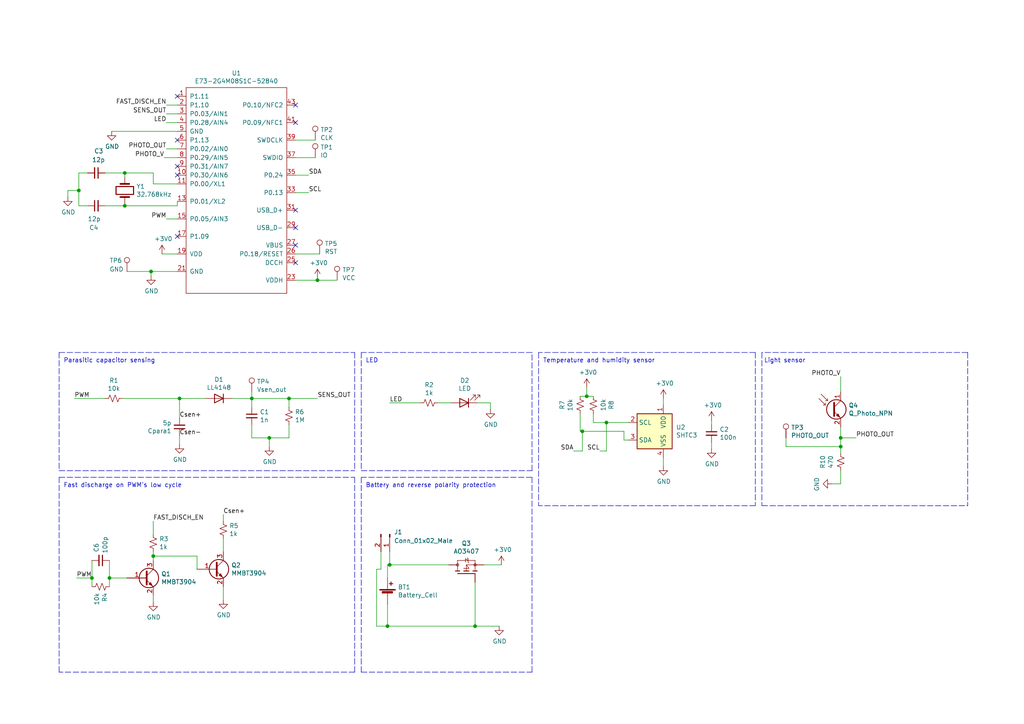
<source format=kicad_sch>
(kicad_sch (version 20211123) (generator eeschema)
  (paper "A4")
  (title_block (title "b-parasite") (date "2021-09-12") (rev "1.2.0") (comment 1 "rbaron.net"))
  (lib_symbols
    (symbol "AO3407A:AO3407A" (pin_numbers hide) (pin_names (offset 1.016) hide)
      (property "Reference" "Q" (at -8.636 5.08 0))
      (property "Value" "AO3407A" (at -8.89 -6.35 0))
      (symbol "AO3407A_0_0"
        (polyline (pts (xy 0 -2.54) (xy 0 2.54)) (stroke (width 0.254)))
        (polyline (pts (xy 0.762 -3.175) (xy 0.762 -2.54)) (stroke (width 0.254)))
        (polyline (pts (xy 0.762 -2.54) (xy 0.762 -1.905)) (stroke (width 0.254)))
        (polyline (pts (xy 0.762 -2.54) (xy 3.81 -2.54)) (stroke (width 0.1524)))
        (polyline (pts (xy 0.762 -0.762) (xy 0.762 0)) (stroke (width 0.254)))
        (polyline (pts (xy 0.762 0) (xy 0.762 0.762)) (stroke (width 0.254)))
        (polyline (pts (xy 0.762 0) (xy 2.54 0)) (stroke (width 0.1524)))
        (polyline (pts (xy 0.762 1.905) (xy 0.762 2.54)) (stroke (width 0.254)))
        (polyline (pts (xy 0.762 2.54) (xy 0.762 3.175)) (stroke (width 0.254)))
        (polyline (pts (xy 2.54 0) (xy 2.54 2.54)) (stroke (width 0.1524)))
        (polyline (pts (xy 2.54 2.54) (xy 0.762 2.54)) (stroke (width 0.1524)))
        (polyline (pts (xy 2.54 2.54) (xy 3.81 2.54)) (stroke (width 0.1524)))
        (polyline (pts (xy 3.048 0.762) (xy 3.302 0.508)) (stroke (width 0.1524)))
        (polyline (pts (xy 3.302 0.508) (xy 3.81 0.508)) (stroke (width 0.1524)))
        (polyline (pts (xy 3.81 -2.54) (xy 3.81 0.508)) (stroke (width 0.1524)))
        (polyline (pts (xy 3.81 0.508) (xy 3.81 2.54)) (stroke (width 0.1524)))
        (polyline (pts (xy 3.81 0.508) (xy 4.318 0.508)) (stroke (width 0.1524)))
        (polyline (pts (xy 4.318 0.508) (xy 4.572 0.254)) (stroke (width 0.1524)))
        (polyline (pts (xy 2.54 0) (xy 1.524 0.762) (xy 1.524 -0.762)) (stroke (width 0.1524)) (fill (type background)))
        (polyline (pts (xy 3.81 0.508) (xy 4.318 -0.254) (xy 3.302 -0.254)) (stroke (width 0.1524)) (fill (type background)))
        (circle (center 2.54 -2.54) (radius 0.3556))
        (circle (center 2.54 2.54) (radius 0.3556))
        (pin passive line (at -2.54 2.54 0) (length 2.54) (name "~") (number "1"))
        (pin passive line (at 2.54 5.08 270) (length 2.54) (name "~") (number "2"))
        (pin passive line (at 2.54 -5.08 90) (length 2.54) (name "~") (number "3"))
      )
    )
    (symbol "Connector:Conn_01x02_Male" (pin_names (offset 1.016) hide)
      (property "Reference" "J" (at 0 2.54 0))
      (property "Value" "Conn_01x02_Male" (at 0 -5.08 0))
      (symbol "Conn_01x02_Male_1_1"
        (polyline (pts (xy 1.27 -2.54) (xy 0.8636 -2.54)) (stroke (width 0.1524)))
        (polyline (pts (xy 1.27 0) (xy 0.8636 0)) (stroke (width 0.1524)))
        (rectangle (start 0.8636 -2.413) (end 0 -2.667) (stroke (width 0.1524)) (fill (type outline)))
        (rectangle (start 0.8636 0.127) (end 0 -0.127) (stroke (width 0.1524)) (fill (type outline)))
        (pin passive line (at 5.08 0 180) (length 3.81) (name "Pin_1") (number "1"))
        (pin passive line (at 5.08 -2.54 180) (length 3.81) (name "Pin_2") (number "2"))
      )
    )
    (symbol "Connector:TestPoint" (pin_numbers hide) (pin_names (offset 0.762) hide)
      (property "Reference" "TP" (at 0 6.858 0))
      (property "Value" "TestPoint" (at 0 5.08 0))
      (symbol "TestPoint_0_1"
        (circle (center 0 3.302) (radius 0.762))
      )
      (symbol "TestPoint_1_1"
        (pin passive line (at 0 0 90) (length 2.54) (name "1") (number "1"))
      )
    )
    (symbol "Device:Battery_Cell" (pin_numbers hide) (pin_names (offset 0) hide)
      (property "Reference" "BT" (at 2.54 2.54 0))
      (property "Value" "Battery_Cell" (at 2.54 0 0))
      (symbol "Battery_Cell_0_1"
        (rectangle (start -2.286 1.778) (end 2.286 1.524) (fill (type outline)))
        (rectangle (start -1.5748 1.1938) (end 1.4732 0.6858) (fill (type outline)))
        (polyline (pts (xy 0 0.762) (xy 0 0)))
        (polyline (pts (xy 0 1.778) (xy 0 2.54)))
        (polyline (pts (xy 0.508 3.429) (xy 1.524 3.429)) (stroke (width 0.254)))
        (polyline (pts (xy 1.016 3.937) (xy 1.016 2.921)) (stroke (width 0.254)))
      )
      (symbol "Battery_Cell_1_1"
        (pin passive line (at 0 5.08 270) (length 2.54) (name "+") (number "1"))
        (pin passive line (at 0 -2.54 90) (length 2.54) (name "-") (number "2"))
      )
    )
    (symbol "Device:C_Small" (pin_numbers hide) (pin_names (offset 0.254) hide)
      (property "Reference" "C" (at 0.254 1.778 0))
      (property "Value" "C_Small" (at 0.254 -2.032 0))
      (symbol "C_Small_0_1"
        (polyline (pts (xy -1.524 -0.508) (xy 1.524 -0.508)) (stroke (width 0.3302)))
        (polyline (pts (xy -1.524 0.508) (xy 1.524 0.508)) (stroke (width 0.3048)))
      )
      (symbol "C_Small_1_1"
        (pin passive line (at 0 2.54 270) (length 2.032) (name "~") (number "1"))
        (pin passive line (at 0 -2.54 90) (length 2.032) (name "~") (number "2"))
      )
    )
    (symbol "Device:Crystal" (pin_numbers hide) (pin_names (offset 1.016) hide)
      (property "Reference" "Y" (at 0 3.81 0))
      (property "Value" "Crystal" (at 0 -3.81 0))
      (symbol "Crystal_0_1"
        (rectangle (start -1.143 2.54) (end 1.143 -2.54) (stroke (width 0.3048)))
        (polyline (pts (xy -2.54 0) (xy -1.905 0)))
        (polyline (pts (xy -1.905 -1.27) (xy -1.905 1.27)) (stroke (width 0.508)))
        (polyline (pts (xy 1.905 -1.27) (xy 1.905 1.27)) (stroke (width 0.508)))
        (polyline (pts (xy 2.54 0) (xy 1.905 0)))
      )
      (symbol "Crystal_1_1"
        (pin passive line (at -3.81 0 0) (length 1.27) (name "1") (number "1"))
        (pin passive line (at 3.81 0 180) (length 1.27) (name "2") (number "2"))
      )
    )
    (symbol "Device:LED" (pin_numbers hide) (pin_names (offset 1.016) hide)
      (property "Reference" "D" (at 0 2.54 0))
      (property "Value" "LED" (at 0 -2.54 0))
      (symbol "LED_0_1"
        (polyline (pts (xy -1.27 -1.27) (xy -1.27 1.27)) (stroke (width 0.254)))
        (polyline (pts (xy -1.27 0) (xy 1.27 0)))
        (polyline (pts (xy 1.27 -1.27) (xy 1.27 1.27) (xy -1.27 0) (xy 1.27 -1.27)) (stroke (width 0.254)))
        (polyline (pts (xy -3.048 -0.762) (xy -4.572 -2.286) (xy -3.81 -2.286) (xy -4.572 -2.286) (xy -4.572 -1.524)))
        (polyline (pts (xy -1.778 -0.762) (xy -3.302 -2.286) (xy -2.54 -2.286) (xy -3.302 -2.286) (xy -3.302 -1.524)))
      )
      (symbol "LED_1_1"
        (pin passive line (at -3.81 0 0) (length 2.54) (name "K") (number "1"))
        (pin passive line (at 3.81 0 180) (length 2.54) (name "A") (number "2"))
      )
    )
    (symbol "Device:Q_Photo_NPN" (pin_names (offset 0) hide)
      (property "Reference" "Q" (at 5.08 1.27 0))
      (property "Value" "Q_Photo_NPN" (at 5.08 -1.27 0))
      (symbol "Q_Photo_NPN_0_1"
        (polyline (pts (xy -1.905 1.27) (xy -2.54 1.27)))
        (polyline (pts (xy -1.27 2.54) (xy -1.905 2.54)))
        (polyline (pts (xy 0.635 0.635) (xy 2.54 2.54)))
        (polyline (pts (xy -3.81 3.175) (xy -1.905 1.27) (xy -1.905 1.905)))
        (polyline (pts (xy -3.175 4.445) (xy -1.27 2.54) (xy -1.27 3.175)))
        (polyline (pts (xy 0.635 -0.635) (xy 2.54 -2.54) (xy 2.54 -2.54)))
        (polyline (pts (xy 0.635 1.905) (xy 0.635 -1.905) (xy 0.635 -1.905)) (stroke (width 0.508)))
        (polyline (pts (xy 1.27 -1.778) (xy 1.778 -1.27) (xy 2.286 -2.286) (xy 1.27 -1.778) (xy 1.27 -1.778)) (fill (type outline)))
        (circle (center 1.27 0) (radius 2.8194) (stroke (width 0.254)))
      )
      (symbol "Q_Photo_NPN_1_1"
        (pin passive line (at 2.54 5.08 270) (length 2.54) (name "C") (number "1"))
        (pin passive line (at 2.54 -5.08 90) (length 2.54) (name "E") (number "2"))
      )
    )
    (symbol "Device:R_Small_US" (pin_numbers hide) (pin_names (offset 0.254) hide)
      (property "Reference" "R" (at 0.762 0.508 0))
      (property "Value" "R_Small_US" (at 0.762 -1.016 0))
      (symbol "R_Small_US_1_1"
        (polyline (pts (xy 0 0) (xy 1.016 -0.381) (xy 0 -0.762) (xy -1.016 -1.143) (xy 0 -1.524)))
        (polyline (pts (xy 0 1.524) (xy 1.016 1.143) (xy 0 0.762) (xy -1.016 0.381) (xy 0 0)))
        (pin passive line (at 0 2.54 270) (length 1.016) (name "~") (number "1"))
        (pin passive line (at 0 -2.54 90) (length 1.016) (name "~") (number "2"))
      )
    )
    (symbol "Diode:LL4148" (pin_numbers hide) (pin_names (offset 1.016) hide)
      (property "Reference" "D" (at 0 2.54 0))
      (property "Value" "LL4148" (at 0 -2.54 0))
      (symbol "LL4148_0_1"
        (polyline (pts (xy -1.27 1.27) (xy -1.27 -1.27)) (stroke (width 0.254)))
        (polyline (pts (xy 1.27 0) (xy -1.27 0)))
        (polyline (pts (xy 1.27 1.27) (xy 1.27 -1.27) (xy -1.27 0) (xy 1.27 1.27)) (stroke (width 0.254)))
      )
      (symbol "LL4148_1_1"
        (pin passive line (at -3.81 0 0) (length 2.54) (name "K") (number "1"))
        (pin passive line (at 3.81 0 180) (length 2.54) (name "A") (number "2"))
      )
    )
    (symbol "Sensor_Humidity:SHTC3"
      (property "Reference" "U" (at -3.81 6.35 0))
      (property "Value" "SHTC3" (at -2.54 -6.35 0))
      (symbol "SHTC3_1_1"
        (rectangle (start -5.08 5.08) (end 5.08 -5.08) (stroke (width 0.254)) (fill (type background)))
        (pin power_in line (at 2.54 7.62 270) (length 2.54) (name "VDD") (number "1"))
        (pin input line (at -7.62 2.54 0) (length 2.54) (name "SCL") (number "2"))
        (pin bidirectional line (at -7.62 -2.54 0) (length 2.54) (name "SDA") (number "3"))
        (pin power_in line (at 2.54 -7.62 90) (length 2.54) (name "VSS") (number "4"))
        (pin no_connect line (at 5.08 0 180) (length 2.54) hide (name "NC") (number "5"))
      )
    )
    (symbol "Transistor_BJT:MMBT3904" (pin_names (offset 0) hide)
      (property "Reference" "Q" (at 5.08 1.905 0))
      (property "Value" "MMBT3904" (at 5.08 0 0))
      (symbol "MMBT3904_0_1"
        (polyline (pts (xy 0.635 0.635) (xy 2.54 2.54)))
        (polyline (pts (xy 0.635 -0.635) (xy 2.54 -2.54) (xy 2.54 -2.54)))
        (polyline (pts (xy 0.635 1.905) (xy 0.635 -1.905) (xy 0.635 -1.905)) (stroke (width 0.508)))
        (polyline (pts (xy 1.27 -1.778) (xy 1.778 -1.27) (xy 2.286 -2.286) (xy 1.27 -1.778) (xy 1.27 -1.778)) (fill (type outline)))
        (circle (center 1.27 0) (radius 2.8194) (stroke (width 0.254)))
      )
      (symbol "MMBT3904_1_1"
        (pin input line (at -5.08 0 0) (length 5.715) (name "B") (number "1"))
        (pin passive line (at 2.54 -5.08 90) (length 2.54) (name "E") (number "2"))
        (pin passive line (at 2.54 5.08 270) (length 2.54) (name "C") (number "3"))
      )
    )
    (symbol "nrfmicro:E73-2G4M08S1C-52840" (pin_names (offset 1.016))
      (property "Reference" "U" (at 0 29.21 0))
      (property "Value" "E73-2G4M08S1C-52840" (at 0 -27.94 0))
      (symbol "E73-2G4M08S1C-52840_0_1"
        (rectangle (start -15.24 30.48) (end 13.97 -29.21))
      )
      (symbol "E73-2G4M08S1C-52840_1_1"
        (pin input line (at -17.78 27.94 0) (length 2.54) (name "P1.11") (number "1"))
        (pin input line (at -17.78 5.08 0) (length 2.54) (name "P0.30/AIN6") (number "10"))
        (pin input line (at -17.78 2.54 0) (length 2.54) (name "P0.00/XL1") (number "11"))
        (pin input line (at -17.78 -2.54 0) (length 2.54) (name "P0.01/XL2") (number "13"))
        (pin input line (at -17.78 -7.62 0) (length 2.54) (name "P0.05/AIN3") (number "15"))
        (pin input line (at -17.78 -12.7 0) (length 2.54) (name "P1.09") (number "17"))
        (pin power_in line (at -17.78 -17.78 0) (length 2.54) (name "VDD") (number "19"))
        (pin input line (at -17.78 25.4 0) (length 2.54) (name "P1.10") (number "2"))
        (pin power_in line (at -17.78 -22.86 0) (length 2.54) (name "GND") (number "21"))
        (pin power_in line (at 16.51 -25.4 180) (length 2.54) (name "VDDH") (number "23"))
        (pin power_out line (at 16.51 -20.32 180) (length 2.54) (name "DCCH") (number "25"))
        (pin input line (at 16.51 -17.78 180) (length 2.54) (name "P0.18/RESET") (number "26"))
        (pin power_in line (at 16.51 -15.24 180) (length 2.54) (name "VBUS") (number "27"))
        (pin input line (at 16.51 -10.16 180) (length 2.54) (name "USB_D-") (number "29"))
        (pin input line (at -17.78 22.86 0) (length 2.54) (name "P0.03/AIN1") (number "3"))
        (pin input line (at 16.51 -5.08 180) (length 2.54) (name "USB_D+") (number "31"))
        (pin input line (at 16.51 0 180) (length 2.54) (name "P0.13") (number "33"))
        (pin input line (at 16.51 5.08 180) (length 2.54) (name "P0.24") (number "35"))
        (pin input line (at 16.51 10.16 180) (length 2.54) (name "SWDIO") (number "37"))
        (pin input line (at 16.51 15.24 180) (length 2.54) (name "SWDCLK") (number "39"))
        (pin input line (at -17.78 20.32 0) (length 2.54) (name "P0.28/AIN4") (number "4"))
        (pin input line (at 16.51 20.32 180) (length 2.54) (name "P0.09/NFC1") (number "41"))
        (pin input line (at 16.51 25.4 180) (length 2.54) (name "P0.10/NFC2") (number "43"))
        (pin power_in line (at -17.78 17.78 0) (length 2.54) (name "GND") (number "5"))
        (pin input line (at -17.78 15.24 0) (length 2.54) (name "P1.13") (number "6"))
        (pin input line (at -17.78 12.7 0) (length 2.54) (name "P0.02/AIN0") (number "7"))
        (pin input line (at -17.78 10.16 0) (length 2.54) (name "P0.29/AIN5") (number "8"))
        (pin input line (at -17.78 7.62 0) (length 2.54) (name "P0.31/AIN7") (number "9"))
      )
    )
    (symbol "power:+3V0" (power) (pin_names (offset 0))
      (property "Value" "+3V0" (at 0 3.556 0))
      (symbol "+3V0_0_1"
        (polyline (pts (xy -0.762 1.27) (xy 0 2.54)))
        (polyline (pts (xy 0 0) (xy 0 2.54)))
        (polyline (pts (xy 0 2.54) (xy 0.762 1.27)))
      )
      (symbol "+3V0_1_1"
        (pin power_in line (at 0 0 90) (length 0) hide (name "+3V0") (number "1"))
      )
    )
    (symbol "power:GND" (power) (pin_names (offset 0))
      (property "Value" "GND" (at 0 -3.81 0))
      (symbol "GND_0_1"
        (polyline (pts (xy 0 0) (xy 0 -1.27) (xy 1.27 -1.27) (xy 0 -2.54) (xy -1.27 -1.27) (xy 0 -1.27)))
      )
      (symbol "GND_1_1"
        (pin power_in line (at 0 0 270) (length 0) hide (name "GND") (number "1"))
      )
    )
  )
  (junction (at 36.195 50.165))
  (junction (at 113.03 163.83))
  (junction (at 243.84 127))
  (junction (at 175.895 122.555))
  (junction (at 22.86 55.245))
  (junction (at 243.84 129.54))
  (junction (at 112.395 181.61))
  (junction (at 43.815 78.74))
  (junction (at 26.67 167.64))
  (junction (at 78.105 127))
  (junction (at 83.82 115.57))
  (junction (at 92.075 81.28))
  (junction (at 31.75 167.64))
  (junction (at 36.195 59.69))
  (junction (at 44.45 161.29))
  (junction (at 137.795 181.61))
  (junction (at 170.18 114.935))
  (junction (at 73.025 115.57))
  (junction (at 52.07 115.57))
  (junction (at 168.91 125.095))
  (no_connect (at 51.435 48.26))
  (no_connect (at 51.435 40.64))
  (no_connect (at 85.725 71.12))
  (no_connect (at 51.435 68.58))
  (no_connect (at 85.725 30.48))
  (no_connect (at 85.725 66.04))
  (no_connect (at 51.435 50.8))
  (no_connect (at 85.725 35.56))
  (no_connect (at 85.725 76.2))
  (no_connect (at 51.435 27.94))
  (no_connect (at 85.725 60.96))
  (wire (pts (xy 64.77 170.18) (xy 64.77 173.99)))
  (wire (pts (xy 206.375 128.27) (xy 206.375 130.175)))
  (wire (pts (xy 92.075 81.28) (xy 97.79 81.28)))
  (wire (pts (xy 173.99 130.81) (xy 175.895 130.81)))
  (wire (pts (xy 35.56 115.57) (xy 52.07 115.57)))
  (wire (pts (xy 26.67 167.64) (xy 26.67 170.18)))
  (wire (pts (xy 227.965 129.54) (xy 227.965 127)))
  (polyline (pts (xy 220.98 102.235) (xy 220.98 146.685)))
  (wire (pts (xy 112.395 181.61) (xy 137.795 181.61)))
  (wire (pts (xy 248.285 127) (xy 243.84 127)))
  (wire (pts (xy 138.43 116.84) (xy 142.24 116.84)))
  (wire (pts (xy 113.03 163.83) (xy 130.175 163.83)))
  (polyline (pts (xy 219.075 102.235) (xy 219.075 146.685)))
  (polyline (pts (xy 219.075 146.685) (xy 156.21 146.685)))
  (wire (pts (xy 52.07 115.57) (xy 59.69 115.57)))
  (wire (pts (xy 168.91 125.095) (xy 168.275 125.095)))
  (wire (pts (xy 83.82 115.57) (xy 92.075 115.57)))
  (wire (pts (xy 22.86 59.69) (xy 25.4 59.69)))
  (polyline (pts (xy 102.87 194.945) (xy 17.145 194.945)))
  (wire (pts (xy 44.45 161.29) (xy 57.15 161.29)))
  (wire (pts (xy 43.815 78.74) (xy 43.815 80.01)))
  (wire (pts (xy 243.84 136.525) (xy 243.84 140.335)))
  (polyline (pts (xy 17.145 136.525) (xy 102.87 136.525)))
  (polyline (pts (xy 17.145 102.235) (xy 17.145 136.525)))
  (wire (pts (xy 243.84 109.22) (xy 243.84 113.665)))
  (wire (pts (xy 44.45 53.34) (xy 44.45 50.165)))
  (wire (pts (xy 168.275 125.095) (xy 168.275 120.015)))
  (wire (pts (xy 26.67 167.64) (xy 22.225 167.64)))
  (polyline (pts (xy 154.305 194.945) (xy 154.305 138.43)))
  (wire (pts (xy 175.895 122.555) (xy 182.245 122.555)))
  (wire (pts (xy 19.685 55.245) (xy 19.685 57.15)))
  (polyline (pts (xy 17.145 138.43) (xy 102.87 138.43)))
  (wire (pts (xy 170.18 114.935) (xy 172.085 114.935)))
  (wire (pts (xy 51.435 59.69) (xy 51.435 58.42)))
  (polyline (pts (xy 154.305 138.43) (xy 104.775 138.43)))
  (wire (pts (xy 241.3 140.335) (xy 243.84 140.335)))
  (wire (pts (xy 168.91 130.81) (xy 166.37 130.81)))
  (polyline (pts (xy 104.775 138.43) (xy 104.775 194.945)))
  (wire (pts (xy 85.725 73.66) (xy 92.71 73.66)))
  (wire (pts (xy 48.26 63.5) (xy 51.435 63.5)))
  (wire (pts (xy 127 116.84) (xy 130.81 116.84)))
  (wire (pts (xy 32.385 38.1) (xy 51.435 38.1)))
  (wire (pts (xy 180.975 125.095) (xy 180.975 127.635)))
  (wire (pts (xy 22.86 55.245) (xy 19.685 55.245)))
  (wire (pts (xy 73.025 123.19) (xy 73.025 127)))
  (polyline (pts (xy 156.21 102.235) (xy 156.21 146.685)))
  (wire (pts (xy 112.395 163.83) (xy 113.03 163.83)))
  (wire (pts (xy 227.965 129.54) (xy 243.84 129.54)))
  (wire (pts (xy 36.83 167.64) (xy 31.75 167.64)))
  (wire (pts (xy 175.895 130.81) (xy 175.895 122.555)))
  (wire (pts (xy 85.725 40.64) (xy 91.44 40.64)))
  (wire (pts (xy 48.26 35.56) (xy 51.435 35.56)))
  (wire (pts (xy 83.82 115.57) (xy 83.82 118.11)))
  (wire (pts (xy 112.395 167.64) (xy 112.395 163.83)))
  (wire (pts (xy 64.77 149.225) (xy 64.77 151.13)))
  (polyline (pts (xy 102.87 138.43) (xy 102.87 194.945)))
  (wire (pts (xy 109.22 165.1) (xy 109.22 181.61)))
  (polyline (pts (xy 104.775 194.945) (xy 154.305 194.945)))
  (wire (pts (xy 21.59 115.57) (xy 30.48 115.57)))
  (wire (pts (xy 85.725 81.28) (xy 92.075 81.28)))
  (wire (pts (xy 51.435 78.74) (xy 43.815 78.74)))
  (wire (pts (xy 83.82 127) (xy 83.82 123.19)))
  (polyline (pts (xy 102.87 102.235) (xy 102.87 136.525)))
  (wire (pts (xy 243.84 123.825) (xy 243.84 127)))
  (polyline (pts (xy 154.305 136.525) (xy 154.305 102.235)))
  (wire (pts (xy 168.91 130.81) (xy 168.91 125.095)))
  (wire (pts (xy 78.105 127) (xy 73.025 127)))
  (wire (pts (xy 36.195 50.165) (xy 36.195 51.435)))
  (wire (pts (xy 85.725 55.88) (xy 89.535 55.88)))
  (wire (pts (xy 31.75 170.18) (xy 31.75 167.64)))
  (polyline (pts (xy 280.67 102.235) (xy 220.98 102.235)))
  (wire (pts (xy 44.45 160.02) (xy 44.45 161.29)))
  (polyline (pts (xy 280.67 102.235) (xy 280.67 146.685)))
  (wire (pts (xy 73.025 113.665) (xy 73.025 115.57)))
  (wire (pts (xy 78.105 127) (xy 78.105 129.54)))
  (wire (pts (xy 22.86 55.245) (xy 22.86 59.69)))
  (wire (pts (xy 137.795 181.61) (xy 144.78 181.61)))
  (polyline (pts (xy 154.305 102.235) (xy 104.775 102.235)))
  (wire (pts (xy 36.195 59.055) (xy 36.195 59.69)))
  (wire (pts (xy 85.725 45.72) (xy 91.44 45.72)))
  (wire (pts (xy 48.26 33.02) (xy 51.435 33.02)))
  (wire (pts (xy 44.45 172.72) (xy 44.45 174.625)))
  (wire (pts (xy 192.405 132.715) (xy 192.405 135.255)))
  (wire (pts (xy 57.15 161.29) (xy 57.15 165.1)))
  (wire (pts (xy 112.395 175.26) (xy 112.395 181.61)))
  (wire (pts (xy 140.335 163.83) (xy 145.415 163.83)))
  (polyline (pts (xy 220.98 146.685) (xy 280.67 146.685)))
  (wire (pts (xy 137.795 181.61) (xy 137.795 168.91)))
  (wire (pts (xy 44.45 161.29) (xy 44.45 162.56)))
  (wire (pts (xy 113.03 160.02) (xy 113.03 163.83)))
  (wire (pts (xy 48.26 30.48) (xy 51.435 30.48)))
  (wire (pts (xy 172.085 122.555) (xy 172.085 120.015)))
  (wire (pts (xy 52.07 115.57) (xy 52.07 121.285)))
  (wire (pts (xy 170.18 114.935) (xy 170.18 112.395)))
  (wire (pts (xy 113.03 116.84) (xy 121.92 116.84)))
  (wire (pts (xy 22.86 50.165) (xy 22.86 55.245)))
  (wire (pts (xy 206.375 123.19) (xy 206.375 121.92)))
  (wire (pts (xy 30.48 59.69) (xy 36.195 59.69)))
  (wire (pts (xy 26.67 162.56) (xy 26.67 167.64)))
  (wire (pts (xy 46.99 73.66) (xy 51.435 73.66)))
  (wire (pts (xy 36.195 59.69) (xy 51.435 59.69)))
  (wire (pts (xy 192.405 115.57) (xy 192.405 117.475)))
  (polyline (pts (xy 17.145 102.235) (xy 102.87 102.235)))
  (polyline (pts (xy 17.145 194.945) (xy 17.145 138.43)))
  (polyline (pts (xy 104.775 136.525) (xy 154.305 136.525)))
  (wire (pts (xy 51.435 43.18) (xy 48.26 43.18)))
  (wire (pts (xy 110.49 160.02) (xy 110.49 165.1)))
  (wire (pts (xy 73.025 115.57) (xy 83.82 115.57)))
  (wire (pts (xy 52.07 126.365) (xy 52.07 128.905)))
  (polyline (pts (xy 219.075 102.235) (xy 156.21 102.235)))
  (wire (pts (xy 73.025 118.11) (xy 73.025 115.57)))
  (wire (pts (xy 31.75 162.56) (xy 31.75 167.64)))
  (wire (pts (xy 243.84 127) (xy 243.84 129.54)))
  (wire (pts (xy 109.22 181.61) (xy 112.395 181.61)))
  (wire (pts (xy 180.975 127.635) (xy 182.245 127.635)))
  (wire (pts (xy 243.84 129.54) (xy 243.84 131.445)))
  (wire (pts (xy 89.535 50.8) (xy 85.725 50.8)))
  (wire (pts (xy 168.275 114.935) (xy 170.18 114.935)))
  (wire (pts (xy 110.49 165.1) (xy 109.22 165.1)))
  (wire (pts (xy 92.075 80.645) (xy 92.075 81.28)))
  (wire (pts (xy 25.4 50.165) (xy 22.86 50.165)))
  (wire (pts (xy 67.31 115.57) (xy 73.025 115.57)))
  (wire (pts (xy 83.82 127) (xy 78.105 127)))
  (wire (pts (xy 172.085 122.555) (xy 175.895 122.555)))
  (wire (pts (xy 44.45 50.165) (xy 36.195 50.165)))
  (wire (pts (xy 36.83 78.74) (xy 43.815 78.74)))
  (wire (pts (xy 51.435 53.34) (xy 44.45 53.34)))
  (wire (pts (xy 142.24 116.84) (xy 142.24 118.745)))
  (wire (pts (xy 64.77 160.02) (xy 64.77 156.21)))
  (wire (pts (xy 44.45 151.13) (xy 44.45 154.94)))
  (wire (pts (xy 180.975 125.095) (xy 168.91 125.095)))
  (wire (pts (xy 47.625 45.72) (xy 51.435 45.72)))
  (polyline (pts (xy 104.775 102.235) (xy 104.775 136.525)))
  (wire (pts (xy 30.48 50.165) (xy 36.195 50.165)))
  (text "Light sensor" (at 221.615 105.41 0) (effects (font (size 1.27 1.27)) (justify left bottom)))
  (text "Battery and reverse polarity protection" (at 106.045 141.605 0) (effects (font (size 1.27 1.27)) (justify left bottom)))
  (text "Temperature and humidity sensor" (at 157.48 105.41 0) (effects (font (size 1.27 1.27)) (justify left bottom)))
  (text "Parasitic capacitor sensing" (at 18.415 105.41 0) (effects (font (size 1.27 1.27)) (justify left bottom)))
  (text "LED" (at 106.045 105.41 0) (effects (font (size 1.27 1.27)) (justify left bottom)))
  (text "Fast discharge on PWM’s low cycle" (at 18.415 141.605 0) (effects (font (size 1.27 1.27)) (justify left bottom)))
  (label "LED" (at 48.26 35.56 180))
  (label "SENS_OUT" (at 48.26 33.02 180))
  (label "SCL" (at 173.99 130.81 180))
  (label "PWM" (at 22.225 167.64 0))
  (label "SDA" (at 166.37 130.81 180))
  (label "PHOTO_OUT" (at 48.26 43.18 180))
  (label "LED" (at 113.03 116.84 0))
  (label "Csen-" (at 52.07 126.365 0))
  (label "PWM" (at 48.26 63.5 180))
  (label "SDA" (at 89.535 50.8 0))
  (label "Csen+" (at 64.77 149.225 0))
  (label "PHOTO_OUT" (at 248.285 127 0))
  (label "Csen+" (at 52.07 121.285 0))
  (label "SCL" (at 89.535 55.88 0))
  (label "PWM" (at 21.59 115.57 0))
  (label "FAST_DISCH_EN" (at 48.26 30.48 180))
  (label "SENS_OUT" (at 92.075 115.57 0))
  (label "PHOTO_V" (at 47.625 45.72 180))
  (label "PHOTO_V" (at 243.84 109.22 180))
  (label "FAST_DISCH_EN" (at 44.45 151.13 0))
  (symbol (lib_id "Device:C_Small") (at 29.21 162.56 270) (unit 1)
    (property "Reference" "C6" (at 27.94 157.48 0) (effects (justify left)))
    (property "Value" "100p" (at 30.48 155.575 0) (effects (justify left)))
    (property "Footprint" "Capacitor_SMD:C_0402_1005Metric" (effects hide))
    (property "LCSC" "C1546" (effects hide))
  )
  (symbol (lib_id "Device:R_Small_US") (at 33.02 115.57 90) (unit 1)
    (property "Reference" "R1" (at 33.02 110.363 90))
    (property "Value" "10k" (at 33.02 112.6744 90))
    (property "Footprint" "Resistor_SMD:R_0402_1005Metric" (effects hide))
    (property "LCSC" "C25744" (effects hide))
  )
  (symbol (lib_id "power:GND") (at 52.07 128.905 0) (unit 1)
    (property "Reference" "#PWR0110" (effects hide))
    (property "Value" "GND" (at 52.197 133.2992 0))
  )
  (symbol (lib_id "Diode:LL4148") (at 63.5 115.57 180) (unit 1)
    (property "Reference" "D1" (at 63.5 110.0836 0))
    (property "Value" "LL4148" (at 63.5 112.395 0))
    (property "Footprint" "Diode_SMD:D_MiniMELF" (effects hide))
    (property "Datasheet" "http://www.vishay.com/docs/85557/ll4148.pdf" (effects hide))
    (property "LCSC" "C9808" (effects hide))
  )
  (symbol (lib_id "Device:C_Small") (at 73.025 120.65 0) (unit 1)
    (property "Reference" "C1" (at 75.3618 119.4816 0) (effects (justify left)))
    (property "Value" "1n" (at 75.3618 121.793 0) (effects (justify left)))
    (property "Footprint" "Capacitor_SMD:C_0402_1005Metric" (effects hide))
    (property "LCSC" "C1523" (effects hide))
  )
  (symbol (lib_id "Device:R_Small_US") (at 83.82 120.65 0) (unit 1)
    (property "Reference" "R6" (at 85.5472 119.4816 0) (effects (justify left)))
    (property "Value" "1M" (at 85.5472 121.793 0) (effects (justify left)))
    (property "Footprint" "Resistor_SMD:R_0402_1005Metric" (effects hide))
    (property "LCSC" "C26083" (effects hide))
  )
  (symbol (lib_id "power:GND") (at 78.105 129.54 0) (unit 1)
    (property "Reference" "#PWR0111" (effects hide))
    (property "Value" "GND" (at 78.232 133.9342 0))
  )
  (symbol (lib_id "Device:R_Small_US") (at 29.21 170.18 270) (unit 1)
    (property "Reference" "R4" (at 30.3784 171.9072 0) (effects (justify left)))
    (property "Value" "10k" (at 28.067 171.9072 0) (effects (justify left)))
    (property "Footprint" "Resistor_SMD:R_0402_1005Metric" (effects hide))
    (property "LCSC" "C25744" (effects hide))
  )
  (symbol (lib_id "power:GND") (at 44.45 174.625 0) (unit 1)
    (property "Reference" "#PWR0114" (effects hide))
    (property "Value" "GND" (at 44.577 179.0192 0))
  )
  (symbol (lib_id "Device:R_Small_US") (at 44.45 157.48 0) (unit 1)
    (property "Reference" "R3" (at 46.1772 156.3116 0) (effects (justify left)))
    (property "Value" "1k" (at 46.1772 158.623 0) (effects (justify left)))
    (property "Footprint" "Resistor_SMD:R_0402_1005Metric" (effects hide))
    (property "LCSC" "C11702" (effects hide))
  )
  (symbol (lib_id "Device:R_Small_US") (at 64.77 153.67 0) (unit 1)
    (property "Reference" "R5" (at 66.4972 152.5016 0) (effects (justify left)))
    (property "Value" "1k" (at 66.4972 154.813 0) (effects (justify left)))
    (property "Footprint" "Resistor_SMD:R_0402_1005Metric" (effects hide))
    (property "LCSC" "C11702" (effects hide))
  )
  (symbol (lib_id "Connector:TestPoint") (at 73.025 113.665 0) (unit 1)
    (property "Reference" "TP4" (at 74.4982 110.6678 0) (effects (justify left)))
    (property "Value" "Vsen_out" (at 74.4982 112.9792 0) (effects (justify left)))
    (property "Footprint" "TestPoint:TestPoint_Pad_D1.0mm" (effects hide))
  )
  (symbol (lib_id "Device:C_Small") (at 52.07 123.825 180) (unit 1)
    (property "Reference" "Cpara1" (at 49.7332 124.9934 0) (effects (justify left)))
    (property "Value" "5p" (at 49.7332 122.682 0) (effects (justify left)))
    (property "Footprint" "Capacitor_SMD:C_0805_2012Metric" (effects hide))
  )
  (symbol (lib_id "Transistor_BJT:MMBT3904") (at 41.91 167.64 0) (unit 1)
    (property "Reference" "Q1" (at 46.7614 166.4716 0) (effects (justify left)))
    (property "Value" "MMBT3904" (at 46.7614 168.783 0) (effects (justify left)))
    (property "Footprint" "Package_TO_SOT_SMD:SOT-23" (effects hide))
    (property "Datasheet" "https://www.fairchildsemi.com/datasheets/2N/2N3904.pdf" (effects hide))
    (property "LCSC" "C20526" (effects hide))
  )
  (symbol (lib_id "Transistor_BJT:MMBT3904") (at 62.23 165.1 0) (unit 1)
    (property "Reference" "Q2" (at 67.0814 163.9316 0) (effects (justify left)))
    (property "Value" "MMBT3904" (at 67.0814 166.243 0) (effects (justify left)))
    (property "Footprint" "Package_TO_SOT_SMD:SOT-23" (effects hide))
    (property "Datasheet" "https://www.fairchildsemi.com/datasheets/2N/2N3904.pdf" (effects hide))
    (property "LCSC" "C20526" (effects hide))
  )
  (symbol (lib_id "power:GND") (at 64.77 173.99 0) (unit 1)
    (property "Reference" "#PWR0116" (effects hide))
    (property "Value" "GND" (at 64.897 178.3842 0))
  )
  (symbol (lib_id "power:+3V0") (at 206.375 121.92 0) (unit 1)
    (property "Reference" "#PWR0106" (effects hide))
    (property "Value" "+3V0" (at 206.756 117.5258 0))
  )
  (symbol (lib_id "power:GND") (at 192.405 135.255 0) (unit 1)
    (property "Reference" "#PWR0107" (effects hide))
    (property "Value" "GND" (at 192.532 139.6492 0))
  )
  (symbol (lib_id "Connector:TestPoint") (at 91.44 40.64 0) (unit 1)
    (property "Reference" "TP2" (at 92.9132 37.6428 0) (effects (justify left)))
    (property "Value" "CLK" (at 92.9132 39.9542 0) (effects (justify left)))
    (property "Footprint" "TestPoint:TestPoint_Pad_D1.0mm" (effects hide))
  )
  (symbol (lib_id "Connector:TestPoint") (at 91.44 45.72 0) (unit 1)
    (property "Reference" "TP1" (at 92.9132 42.7228 0) (effects (justify left)))
    (property "Value" "IO" (at 92.9132 45.0342 0) (effects (justify left)))
    (property "Footprint" "TestPoint:TestPoint_Pad_D1.0mm" (effects hide))
  )
  (symbol (lib_id "power:GND") (at 43.815 80.01 0) (unit 1)
    (property "Reference" "#PWR0101" (effects hide))
    (property "Value" "GND" (at 43.942 84.4042 0))
  )
  (symbol (lib_id "Device:C_Small") (at 206.375 125.73 0) (unit 1)
    (property "Reference" "C2" (at 208.7118 124.5616 0) (effects (justify left)))
    (property "Value" "100n" (at 208.7118 126.873 0) (effects (justify left)))
    (property "Footprint" "Capacitor_SMD:C_0402_1005Metric" (effects hide))
    (property "LCSC" "C1525" (effects hide))
  )
  (symbol (lib_id "power:GND") (at 206.375 130.175 0) (unit 1)
    (property "Reference" "#PWR0109" (effects hide))
    (property "Value" "GND" (at 206.502 134.5692 0))
  )
  (symbol (lib_id "Device:R_Small_US") (at 172.085 117.475 0) (unit 1)
    (property "Reference" "R8" (at 177.292 117.475 90))
    (property "Value" "10k" (at 174.9806 117.475 90))
    (property "Footprint" "Resistor_SMD:R_0402_1005Metric" (effects hide))
    (property "LCSC" "C25744" (effects hide))
  )
  (symbol (lib_id "Device:R_Small_US") (at 168.275 117.475 180) (unit 1)
    (property "Reference" "R7" (at 163.068 117.475 90))
    (property "Value" "10k" (at 165.3794 117.475 90))
    (property "Footprint" "Resistor_SMD:R_0402_1005Metric" (effects hide))
    (property "LCSC" "C25744" (effects hide))
  )
  (symbol (lib_id "power:+3V0") (at 46.99 73.66 0) (unit 1)
    (property "Reference" "#PWR0102" (effects hide))
    (property "Value" "+3V0" (at 47.371 69.2658 0))
  )
  (symbol (lib_id "power:+3V0") (at 170.18 112.395 0) (unit 1)
    (property "Reference" "#PWR0112" (effects hide))
    (property "Value" "+3V0" (at 170.561 108.0008 0))
  )
  (symbol (lib_id "Connector:TestPoint") (at 97.79 81.28 0) (unit 1)
    (property "Reference" "TP7" (at 99.2632 78.2828 0) (effects (justify left)))
    (property "Value" "VCC" (at 99.2632 80.5942 0) (effects (justify left)))
    (property "Footprint" "TestPoint:TestPoint_Pad_D1.0mm" (effects hide))
  )
  (symbol (lib_id "Connector:TestPoint") (at 36.83 78.74 0) (unit 1)
    (property "Reference" "TP6" (at 31.75 75.565 0) (effects (justify left)))
    (property "Value" "GND" (at 31.75 78.105 0) (effects (justify left)))
    (property "Footprint" "TestPoint:TestPoint_Pad_D1.0mm" (effects hide))
  )
  (symbol (lib_id "Device:R_Small_US") (at 124.46 116.84 90) (unit 1)
    (property "Reference" "R2" (at 124.46 111.633 90))
    (property "Value" "1k" (at 124.46 113.9444 90))
    (property "Footprint" "Resistor_SMD:R_0402_1005Metric" (effects hide))
    (property "LCSC" "C11702" (effects hide))
  )
  (symbol (lib_id "Device:LED") (at 134.62 116.84 180) (unit 1)
    (property "Reference" "D2" (at 134.7978 110.363 0))
    (property "Value" "LED" (at 134.7978 112.6744 0))
    (property "Footprint" "LED_SMD:LED_0603_1608Metric" (effects hide))
    (property "LCSC" "C2286" (effects hide))
  )
  (symbol (lib_id "power:GND") (at 142.24 118.745 0) (unit 1)
    (property "Reference" "#PWR0103" (effects hide))
    (property "Value" "GND" (at 142.367 123.1392 0))
  )
  (symbol (lib_id "Device:Battery_Cell") (at 112.395 172.72 0) (unit 1)
    (property "Reference" "BT1" (at 115.3922 170.2816 0) (effects (justify left)))
    (property "Value" "Battery_Cell" (at 115.3922 172.593 0) (effects (justify left)))
    (property "Footprint" "kicad:BatteryHolder_Keystone_3002_1x2032" (effects hide))
  )
  (symbol (lib_id "power:GND") (at 144.78 181.61 0) (unit 1)
    (property "Reference" "#PWR0104" (effects hide))
    (property "Value" "GND" (at 144.907 186.0042 0))
  )
  (symbol (lib_id "power:+3V0") (at 145.415 163.83 0) (unit 1)
    (property "Reference" "#PWR0105" (effects hide))
    (property "Value" "+3V0" (at 145.796 159.4358 0))
  )
  (symbol (lib_id "Connector:TestPoint") (at 92.71 73.66 0) (unit 1)
    (property "Reference" "TP5" (at 94.1832 70.6628 0) (effects (justify left)))
    (property "Value" "RST" (at 94.1832 72.9742 0) (effects (justify left)))
    (property "Footprint" "TestPoint:TestPoint_Pad_D1.0mm" (effects hide))
  )
  (symbol (lib_id "nrfmicro:E73-2G4M08S1C-52840") (at 69.215 55.88 0) (unit 1)
    (property "Reference" "U1" (at 68.58 21.209 0))
    (property "Value" "E73-2G4M08S1C-52840" (at 68.58 23.5204 0))
    (property "Footprint" "nrfmicro:E73-2G4M08S1C-52840" (effects hide))
    (property "LCSC" "C356849" (effects hide))
  )
  (symbol (lib_id "AO3407A:AO3407A") (at 135.255 166.37 270) (mirror x) (unit 1)
    (property "Reference" "Q3" (at 135.255 157.607 90))
    (property "Value" "AO3407" (at 135.255 159.9184 90))
    (property "Footprint" "Package_TO_SOT_SMD:SOT-23" (effects hide))
    (property "LCSC" "C181093" (effects hide))
  )
  (symbol (lib_id "Device:Crystal") (at 36.195 55.245 270) (unit 1)
    (property "Reference" "Y1" (at 39.5224 54.0766 90) (effects (justify left)))
    (property "Value" "32.768kHz" (at 39.5224 56.388 90) (effects (justify left)))
    (property "Footprint" "Crystal:Crystal_SMD_3215-2Pin_3.2x1.5mm" (effects hide))
    (property "LCSC" "C32346" (effects hide))
  )
  (symbol (lib_id "Device:C_Small") (at 27.94 50.165 270) (unit 1)
    (property "Reference" "C3" (at 27.305 43.815 90) (effects (justify left)))
    (property "Value" "12p" (at 26.67 46.355 90) (effects (justify left)))
    (property "Footprint" "Capacitor_SMD:C_0402_1005Metric" (effects hide))
    (property "LCSC" "C1547" (effects hide))
  )
  (symbol (lib_id "Device:C_Small") (at 27.94 59.69 90) (unit 1)
    (property "Reference" "C4" (at 28.575 66.04 90) (effects (justify left)))
    (property "Value" "12p" (at 29.21 63.5 90) (effects (justify left)))
    (property "Footprint" "Capacitor_SMD:C_0402_1005Metric" (effects hide))
    (property "LCSC" "C1547" (effects hide))
  )
  (symbol (lib_id "power:GND") (at 19.685 57.15 0) (unit 1)
    (property "Reference" "#PWR0108" (effects hide))
    (property "Value" "GND" (at 19.812 61.5442 0))
  )
  (symbol (lib_id "power:+3V0") (at 92.075 80.645 0) (unit 1)
    (property "Reference" "#PWR0113" (effects hide))
    (property "Value" "+3V0" (at 92.456 76.2508 0))
  )
  (symbol (lib_id "power:GND") (at 32.385 38.1 0) (unit 1)
    (property "Reference" "#PWR0115" (effects hide))
    (property "Value" "GND" (at 32.512 42.4942 0))
  )
  (symbol (lib_id "Sensor_Humidity:SHTC3") (at 189.865 125.095 0) (unit 1)
    (property "Reference" "U2" (at 196.0626 123.9266 0) (effects (justify left)))
    (property "Value" "SHTC3" (at 196.0626 126.238 0) (effects (justify left)))
    (property "Footprint" "kicad:Sensirion_DFN-4-1EP_2x2mm_P1mm_EP0.7x1.6mm" (effects hide))
    (property "Datasheet" "https://www.sensirion.com/fileadmin/user_upload/customers/sensirion/Dokumente/0_Datasheets/Humidity/Sensirion_Humidity_Sensors_SHTC3_Datasheet.pdf" (effects hide))
    (property "LCSC" "C194656" (effects hide))
  )
  (symbol (lib_id "power:+3V0") (at 192.405 115.57 0) (unit 1)
    (property "Reference" "#PWR0117" (effects hide))
    (property "Value" "+3V0" (at 192.786 111.1758 0))
  )
  (symbol (lib_id "Device:R_Small_US") (at 243.84 133.985 180) (unit 1)
    (property "Reference" "R10" (at 238.633 133.985 90))
    (property "Value" "470" (at 240.9444 133.985 90))
    (property "Footprint" "Resistor_SMD:R_0402_1005Metric" (effects hide))
    (property "LCSC" "C25117" (effects hide))
  )
  (symbol (lib_id "power:GND") (at 241.3 140.335 270) (unit 1)
    (property "Reference" "#PWR0119" (effects hide))
    (property "Value" "GND" (at 236.9058 140.462 0))
  )
  (symbol (lib_id "Device:Q_Photo_NPN") (at 241.3 118.745 0) (unit 1)
    (property "Reference" "Q4" (at 246.126 117.5766 0) (effects (justify left)))
    (property "Value" "Q_Photo_NPN" (at 246.126 119.888 0) (effects (justify left)))
    (property "Footprint" "snapeda:TR8" (effects hide))
    (property "Datasheet" "https://datasheet.lcsc.com/lcsc/1806131537_Everlight-Elec-ALS-PT19-315C-L177-TR8_C146233.pdf" (effects hide))
    (property "LCSC" "C146233" (effects hide))
  )
  (symbol (lib_id "Connector:TestPoint") (at 227.965 127 0) (unit 1)
    (property "Reference" "TP3" (at 229.4382 124.0028 0) (effects (justify left)))
    (property "Value" "PHOTO_OUT" (at 229.4382 126.3142 0) (effects (justify left)))
    (property "Footprint" "TestPoint:TestPoint_Pad_D1.0mm" (effects hide))
  )
  (symbol (lib_id "Connector:Conn_01x02_Male") (at 113.03 154.94 270) (unit 1)
    (property "Reference" "J1" (at 114.3 154.3049 90) (effects (justify left)))
    (property "Value" "Conn_01x02_Male" (at 114.3 156.8449 90) (effects (justify left)))
    (property "Footprint" "Connector_Molex:Molex_PicoBlade_53261-0271_1x02-1MP_P1.25mm_Horizontal" (effects hide))
  )
)
</source>
